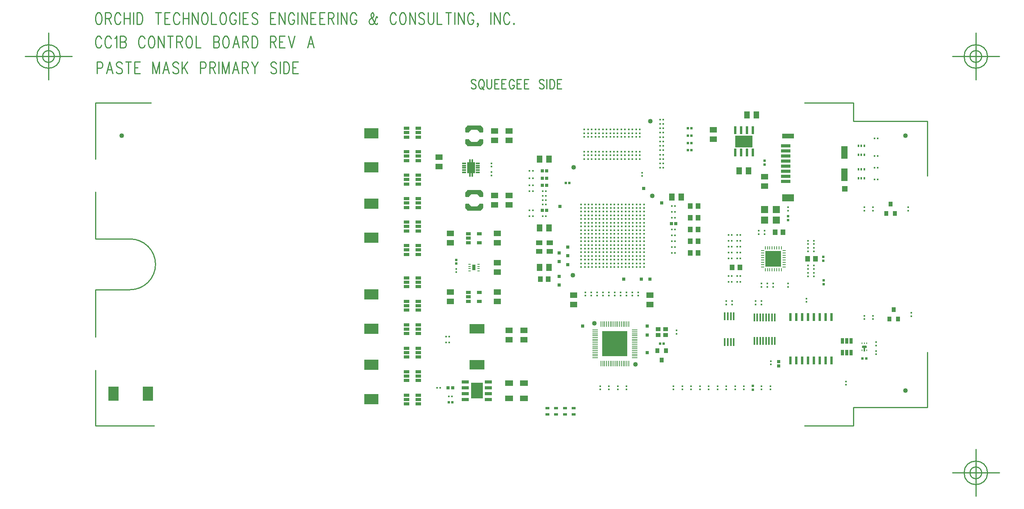
<source format=gbr>
*
*
G04 PADS 9.2 Build Number: 414666 generated Gerber (RS-274-X) file*
G04 PC Version=2.1*
*
%IN "CC1B_080118.pcb"*%
*
%MOIN*%
*
%FSLAX24Y24*%
*
*
*
*
G04 PC Standard Apertures*
*
*
G04 Thermal Relief Aperture macro.*
%AMTER*
1,1,$1,0,0*
1,0,$1-$2,0,0*
21,0,$3,$4,0,0,45*
21,0,$3,$4,0,0,135*
%
*
*
G04 Annular Aperture macro.*
%AMANN*
1,1,$1,0,0*
1,0,$2,0,0*
%
*
*
G04 Odd Aperture macro.*
%AMODD*
1,1,$1,0,0*
1,0,$1-0.005,0,0*
%
*
*
G04 PC Custom Aperture Macros*
*
*
*
*
*
*
G04 PC Aperture Table*
*
%ADD010C,0.001*%
%ADD024R,0.022X0.02*%
%ADD026C,0.04*%
%ADD028C,0.01*%
%ADD032C,0.005*%
%ADD035C,0.025*%
%ADD043R,0.032X0.024*%
%ADD044R,0.009X0.045*%
%ADD045R,0.045X0.009*%
%ADD046R,0.215X0.215*%
%ADD049R,0.045X0.025*%
%ADD050R,0.03X0.03*%
%ADD052C,0.016*%
%ADD053R,0.035X0.04*%
%ADD054R,0.02X0.022*%
%ADD093R,0.04X0.045*%
%ADD109R,0.028X0.028*%
%ADD138R,0.06X0.05*%
%ADD144R,0.09X0.12*%
%ADD148R,0.025X0.045*%
%ADD197R,0.016X0.018*%
%ADD199R,0.018X0.016*%
%ADD202R,0.052X0.041*%
%ADD203R,0.07874X0.02756*%
%ADD204R,0.10236X0.05906*%
%ADD205R,0.10236X0.03937*%
%ADD206R,0.04724X0.04724*%
%ADD207R,0.05512X0.1063*%
%ADD208R,0.024X0.07*%
%ADD209R,0.15X0.1*%
%ADD285R,0.011X0.018*%
%ADD286R,0.05X0.06*%
%ADD287R,0.01654X0.02362*%
%ADD313R,0.065X0.05*%
%ADD314R,0.06X0.063*%
%ADD315R,0.039X0.035*%
%ADD316R,0.015X0.07*%
%ADD317R,0.059X0.031*%
%ADD318R,0.103X0.138*%
%ADD319R,0.034X0.012*%
%ADD320R,0.065X0.095*%
%ADD321R,0.02X0.01*%
%ADD322R,0.0275X0.051*%
%ADD323R,0.009X0.025*%
%ADD324R,0.025X0.009*%
%ADD325R,0.135X0.135*%
%ADD326R,0.12X0.09*%
%ADD327R,0.04X0.028*%
%ADD328R,0.126X0.079*%
*
*
*
*
G04 PC Circuitry*
G04 Layer Name CC1B_080118.pcb - circuitry*
%LPD*%
*
*
G04 PC Custom Flashes*
G04 Layer Name CC1B_080118.pcb - flashes*
%LPD*%
*
*
G04 PC Circuitry*
G04 Layer Name CC1B_080118.pcb - circuitry*
%LPD*%
*
G54D10*
G54D24*
G01X76000Y23090D03*
Y23410D03*
X50750Y33840D03*
Y34160D03*
X79000Y37565D03*
Y37885D03*
X82025Y32410D03*
Y32090D03*
X82000Y34090D03*
Y34410D03*
X77000Y42290D03*
Y42610D03*
G54D26*
X60669Y32834D03*
X67440Y39606D03*
X67283Y45984D03*
X60748Y42047D03*
X62500Y28750D03*
X66000Y25250D03*
X89000Y44750D03*
Y23000D03*
X22250Y44750D03*
G54D28*
X51530Y44410D02*
Y44120D01*
X51530D02*
X51720Y43930D01*
X51720D02*
X52779D01*
X52970Y44120*
X52970D02*
Y44410D01*
X52731*
X52525Y44195*
X52489Y44180*
X52010*
X52010D02*
X51974Y44195D01*
X51974D02*
X51768Y44410D01*
X51768D02*
X51530D01*
X51550Y44100D02*
Y44410D01*
X51600Y44050D02*
Y44410D01*
X51650Y44000D02*
Y44410D01*
X51700Y43950D02*
Y44410D01*
X51750Y43930D02*
Y44410D01*
X51800Y43930D02*
Y44377D01*
X51850Y43930D02*
Y44325D01*
X51900Y43930D02*
Y44273D01*
X51950Y43930D02*
Y44221D01*
X52000Y43930D02*
Y44184D01*
X52050Y43930D02*
Y44180D01*
X52100Y43930D02*
Y44180D01*
X52150Y43930D02*
Y44180D01*
X52200Y43930D02*
Y44180D01*
X52250Y43930D02*
Y44180D01*
X52300Y43930D02*
Y44180D01*
X52350Y43930D02*
Y44180D01*
X52400Y43930D02*
Y44180D01*
X52450Y43930D02*
Y44180D01*
X52500Y43930D02*
Y44184D01*
X52550Y43930D02*
Y44221D01*
X52600Y43930D02*
Y44273D01*
X52650Y43930D02*
Y44325D01*
X52700Y43930D02*
Y44377D01*
X52750Y43930D02*
Y44410D01*
X52800Y43950D02*
Y44410D01*
X52850Y44000D02*
Y44410D01*
X52900Y44050D02*
Y44410D01*
X52950Y44100D02*
Y44410D01*
X51720Y45570D02*
X51530Y45379D01*
Y45090*
X51768*
X51768D02*
X51974Y45304D01*
X51974D02*
X52010Y45320D01*
X52010D02*
X52489D01*
X52525Y45304*
X52525D02*
X52731Y45090D01*
X52970*
Y45379*
X52779Y45570*
X51720*
X51550Y45090D02*
Y45399D01*
X51600Y45090D02*
Y45449D01*
X51650Y45090D02*
Y45499D01*
X51700Y45090D02*
Y45549D01*
X51750Y45090D02*
Y45570D01*
X51800Y45122D02*
Y45570D01*
X51850Y45174D02*
Y45570D01*
X51900Y45226D02*
Y45570D01*
X51950Y45279D02*
Y45570D01*
X52000Y45315D02*
Y45570D01*
X52050Y45320D02*
Y45570D01*
X52100Y45320D02*
Y45570D01*
X52150Y45320D02*
Y45570D01*
X52200Y45320D02*
Y45570D01*
X52250Y45320D02*
Y45570D01*
X52300Y45320D02*
Y45570D01*
X52350Y45320D02*
Y45570D01*
X52400Y45320D02*
Y45570D01*
X52450Y45320D02*
Y45570D01*
X52500Y45315D02*
Y45570D01*
X52550Y45279D02*
Y45570D01*
X52600Y45226D02*
Y45570D01*
X52650Y45174D02*
Y45570D01*
X52700Y45122D02*
Y45570D01*
X52750Y45090D02*
Y45570D01*
X52800Y45090D02*
Y45549D01*
X52850Y45090D02*
Y45499D01*
X52900Y45090D02*
Y45449D01*
X52950Y45090D02*
Y45399D01*
X51530Y38910D02*
Y38620D01*
X51530D02*
X51720Y38430D01*
X51720D02*
X52779D01*
X52970Y38620*
X52970D02*
Y38910D01*
X52731*
X52525Y38695*
X52489Y38680*
X52010*
X52010D02*
X51974Y38695D01*
X51974D02*
X51768Y38910D01*
X51768D02*
X51530D01*
X51550Y38600D02*
Y38910D01*
X51600Y38550D02*
Y38910D01*
X51650Y38500D02*
Y38910D01*
X51700Y38450D02*
Y38910D01*
X51750Y38430D02*
Y38910D01*
X51800Y38430D02*
Y38877D01*
X51850Y38430D02*
Y38825D01*
X51900Y38430D02*
Y38773D01*
X51950Y38430D02*
Y38721D01*
X52000Y38430D02*
Y38684D01*
X52050Y38430D02*
Y38680D01*
X52100Y38430D02*
Y38680D01*
X52150Y38430D02*
Y38680D01*
X52200Y38430D02*
Y38680D01*
X52250Y38430D02*
Y38680D01*
X52300Y38430D02*
Y38680D01*
X52350Y38430D02*
Y38680D01*
X52400Y38430D02*
Y38680D01*
X52450Y38430D02*
Y38680D01*
X52500Y38430D02*
Y38684D01*
X52550Y38430D02*
Y38721D01*
X52600Y38430D02*
Y38773D01*
X52650Y38430D02*
Y38825D01*
X52700Y38430D02*
Y38877D01*
X52750Y38430D02*
Y38910D01*
X52800Y38450D02*
Y38910D01*
X52850Y38500D02*
Y38910D01*
X52900Y38550D02*
Y38910D01*
X52950Y38600D02*
Y38910D01*
X51720Y40070D02*
X51530Y39879D01*
Y39590*
X51768*
X51768D02*
X51974Y39804D01*
X51974D02*
X52010Y39820D01*
X52010D02*
X52489D01*
X52525Y39804*
X52525D02*
X52731Y39590D01*
X52970*
Y39879*
X52779Y40070*
X51720*
X51550Y39590D02*
Y39899D01*
X51600Y39590D02*
Y39949D01*
X51650Y39590D02*
Y39999D01*
X51700Y39590D02*
Y40049D01*
X51750Y39590D02*
Y40070D01*
X51800Y39622D02*
Y40070D01*
X51850Y39674D02*
Y40070D01*
X51900Y39726D02*
Y40070D01*
X51950Y39779D02*
Y40070D01*
X52000Y39815D02*
Y40070D01*
X52050Y39820D02*
Y40070D01*
X52100Y39820D02*
Y40070D01*
X52150Y39820D02*
Y40070D01*
X52200Y39820D02*
Y40070D01*
X52250Y39820D02*
Y40070D01*
X52300Y39820D02*
Y40070D01*
X52350Y39820D02*
Y40070D01*
X52400Y39820D02*
Y40070D01*
X52450Y39820D02*
Y40070D01*
X52500Y39815D02*
Y40070D01*
X52550Y39779D02*
Y40070D01*
X52600Y39726D02*
Y40070D01*
X52650Y39674D02*
Y40070D01*
X52700Y39622D02*
Y40070D01*
X52750Y39590D02*
Y40070D01*
X52800Y39590D02*
Y40049D01*
X52850Y39590D02*
Y39999D01*
X52900Y39590D02*
Y39949D01*
X52950Y39590D02*
Y39899D01*
X52394Y49447D02*
X52338Y49525D01*
X52253Y49563*
X52253D02*
X52140D01*
X52140D02*
X52056Y49525D01*
X52000Y49447*
X52000D02*
Y49370D01*
X52028Y49292*
X52028D02*
X52056Y49253D01*
X52056D02*
X52112Y49215D01*
X52112D02*
X52281Y49137D01*
X52281D02*
X52338Y49098D01*
X52338D02*
X52366Y49060D01*
X52394Y48982*
X52394D02*
Y48866D01*
X52394D02*
X52338Y48788D01*
X52338D02*
X52253Y48750D01*
X52253D02*
X52140D01*
X52140D02*
X52056Y48788D01*
X52056D02*
X52000Y48866D01*
X52817Y49563D02*
X52760Y49525D01*
X52760D02*
X52704Y49447D01*
X52704D02*
X52676Y49370D01*
X52648Y49253*
X52648D02*
Y49060D01*
X52676Y48943*
X52676D02*
X52704Y48866D01*
X52704D02*
X52760Y48788D01*
X52760D02*
X52817Y48750D01*
X52930*
X52986Y48788*
X52986D02*
X53042Y48866D01*
X53042D02*
X53070Y48943D01*
X53070D02*
X53099Y49060D01*
Y49253*
X53099D02*
X53070Y49370D01*
X53070D02*
X53042Y49447D01*
X53042D02*
X52986Y49525D01*
X52930Y49563*
X52930D02*
X52817D01*
X52901Y48905D02*
X53070Y48672D01*
X53352Y49563D02*
Y48982D01*
X53352D02*
X53380Y48866D01*
X53380D02*
X53437Y48788D01*
X53437D02*
X53521Y48750D01*
X53521D02*
X53578D01*
X53662Y48788*
X53662D02*
X53719Y48866D01*
X53747Y48982*
X53747D02*
Y49563D01*
X54000D02*
Y48750D01*
Y49563D02*
X54367D01*
X54000Y49176D02*
X54226D01*
X54000Y48750D02*
X54367D01*
X54620Y49563D02*
Y48750D01*
Y49563D02*
X54987D01*
X54620Y49176D02*
X54846D01*
X54620Y48750D02*
X54987D01*
X55663Y49370D02*
X55635Y49447D01*
X55635D02*
X55579Y49525D01*
X55522Y49563*
X55522D02*
X55410D01*
X55410D02*
X55353Y49525D01*
X55353D02*
X55297Y49447D01*
X55297D02*
X55269Y49370D01*
X55240Y49253*
X55240D02*
Y49060D01*
X55240D02*
X55269Y48943D01*
X55269D02*
X55297Y48866D01*
X55353Y48788*
X55353D02*
X55410Y48750D01*
X55522*
X55522D02*
X55579Y48788D01*
X55579D02*
X55635Y48866D01*
X55663Y48943*
X55663D02*
Y49060D01*
X55522D02*
X55663D01*
X55917Y49563D02*
Y48750D01*
Y49563D02*
X56283D01*
X55917Y49176D02*
X56142D01*
X55917Y48750D02*
X56283D01*
X56537Y49563D02*
Y48750D01*
Y49563D02*
X56903D01*
X56537Y49176D02*
X56762D01*
X56537Y48750D02*
X56903D01*
X58200Y49447D02*
X58143Y49525D01*
X58143D02*
X58059Y49563D01*
X58059D02*
X57946D01*
X57946D02*
X57861Y49525D01*
X57861D02*
X57805Y49447D01*
X57805D02*
Y49370D01*
X57833Y49292*
X57833D02*
X57861Y49253D01*
X57861D02*
X57918Y49215D01*
X58087Y49137*
X58087D02*
X58143Y49098D01*
X58143D02*
X58171Y49060D01*
X58171D02*
X58200Y48982D01*
X58200D02*
Y48866D01*
X58143Y48788*
X58143D02*
X58059Y48750D01*
X57946*
X57861Y48788*
X57861D02*
X57805Y48866D01*
X58453Y49563D02*
Y48750D01*
X58707Y49563D02*
Y48750D01*
Y49563D02*
X58904D01*
X58904D02*
X58989Y49525D01*
X59045Y49447*
X59045D02*
X59073Y49370D01*
X59073D02*
X59101Y49253D01*
X59101D02*
Y49060D01*
X59101D02*
X59073Y48943D01*
X59073D02*
X59045Y48866D01*
X58989Y48788*
X58989D02*
X58904Y48750D01*
X58904D02*
X58707D01*
X59355Y49563D02*
Y48750D01*
Y49563D02*
X59721D01*
X59355Y49176D02*
X59580D01*
X59355Y48750D02*
X59721D01*
X20145Y51034D02*
Y50050D01*
Y51034D02*
X20451D01*
X20451D02*
X20554Y50987D01*
X20554D02*
X20588Y50940D01*
X20588D02*
X20622Y50846D01*
X20622D02*
Y50706D01*
X20588Y50612*
X20588D02*
X20554Y50565D01*
X20554D02*
X20451Y50518D01*
X20451D02*
X20145D01*
X21201Y51034D02*
X20929Y50050D01*
X21201Y51034D02*
X21474Y50050D01*
X21031Y50378D02*
X21372D01*
X22258Y50893D02*
X22190Y50987D01*
X22190D02*
X22088Y51034D01*
X21951*
X21951D02*
X21849Y50987D01*
X21849D02*
X21781Y50893D01*
X21781D02*
Y50800D01*
X21815Y50706*
X21849Y50659*
X21849D02*
X21917Y50612D01*
X21917D02*
X22122Y50518D01*
X22122D02*
X22190Y50471D01*
X22190D02*
X22224Y50425D01*
X22224D02*
X22258Y50331D01*
X22258D02*
Y50190D01*
X22258D02*
X22190Y50096D01*
X22190D02*
X22088Y50050D01*
X21951*
X21951D02*
X21849Y50096D01*
X21849D02*
X21781Y50190D01*
X22804Y51034D02*
Y50050D01*
X22565Y51034D02*
X23042D01*
X23349D02*
Y50050D01*
Y51034D02*
X23792D01*
X23349Y50565D02*
X23622D01*
X23349Y50050D02*
X23792D01*
X24883Y51034D02*
Y50050D01*
Y51034D02*
X25156Y50050D01*
X25429Y51034D02*
X25156Y50050D01*
X25429Y51034D02*
Y50050D01*
X26008Y51034D02*
X25735Y50050D01*
X26008Y51034D02*
X26281Y50050D01*
X25838Y50378D02*
X26179D01*
X27065Y50893D02*
X26997Y50987D01*
X26997D02*
X26895Y51034D01*
X26758*
X26758D02*
X26656Y50987D01*
X26656D02*
X26588Y50893D01*
X26588D02*
Y50800D01*
X26622Y50706*
X26656Y50659*
X26724Y50612*
X26724D02*
X26929Y50518D01*
X26929D02*
X26997Y50471D01*
X26997D02*
X27031Y50425D01*
X27065Y50331*
Y50190*
X27065D02*
X26997Y50096D01*
X26997D02*
X26895Y50050D01*
X26758*
X26758D02*
X26656Y50096D01*
X26656D02*
X26588Y50190D01*
X27372Y51034D02*
Y50050D01*
X27849Y51034D02*
X27372Y50378D01*
X27542Y50612D02*
X27849Y50050D01*
X28940Y51034D02*
Y50050D01*
Y51034D02*
X29247D01*
X29349Y50987*
X29349D02*
X29383Y50940D01*
X29383D02*
X29417Y50846D01*
X29417D02*
Y50706D01*
X29417D02*
X29383Y50612D01*
X29383D02*
X29349Y50565D01*
X29349D02*
X29247Y50518D01*
X29247D02*
X28940D01*
X29724Y51034D02*
Y50050D01*
Y51034D02*
X30031D01*
X30133Y50987*
X30133D02*
X30167Y50940D01*
X30167D02*
X30201Y50846D01*
X30201D02*
Y50753D01*
X30201D02*
X30167Y50659D01*
X30167D02*
X30133Y50612D01*
X30133D02*
X30031Y50565D01*
X30031D02*
X29724D01*
X29963D02*
X30201Y50050D01*
X30508Y51034D02*
Y50050D01*
X30815Y51034D02*
Y50050D01*
Y51034D02*
X31088Y50050D01*
X31360Y51034D02*
X31088Y50050D01*
X31360Y51034D02*
Y50050D01*
X31940Y51034D02*
X31667Y50050D01*
X31940Y51034D02*
X32213Y50050D01*
X31770Y50378D02*
X32110D01*
X32520Y51034D02*
Y50050D01*
Y51034D02*
X32826D01*
X32826D02*
X32929Y50987D01*
X32929D02*
X32963Y50940D01*
X32963D02*
X32997Y50846D01*
X32997D02*
Y50753D01*
X32963Y50659*
X32929Y50612*
X32929D02*
X32826Y50565D01*
X32826D02*
X32520D01*
X32758D02*
X32997Y50050D01*
X33304Y51034D02*
X33576Y50565D01*
X33576D02*
Y50050D01*
X33849Y51034D02*
X33576Y50565D01*
X35417Y50893D02*
X35349Y50987D01*
X35349D02*
X35247Y51034D01*
X35110*
X35110D02*
X35008Y50987D01*
X35008D02*
X34940Y50893D01*
X34940D02*
Y50800D01*
X34974Y50706*
X34974D02*
X35008Y50659D01*
X35008D02*
X35076Y50612D01*
X35076D02*
X35281Y50518D01*
X35281D02*
X35349Y50471D01*
X35349D02*
X35383Y50425D01*
X35383D02*
X35417Y50331D01*
X35417D02*
Y50190D01*
X35417D02*
X35349Y50096D01*
X35349D02*
X35247Y50050D01*
X35110*
X35110D02*
X35008Y50096D01*
X35008D02*
X34940Y50190D01*
X35724Y51034D02*
Y50050D01*
X36031Y51034D02*
Y50050D01*
Y51034D02*
X36270D01*
X36372Y50987*
X36372D02*
X36440Y50893D01*
X36440D02*
X36474Y50800D01*
X36474D02*
X36508Y50659D01*
X36508D02*
Y50425D01*
X36508D02*
X36474Y50284D01*
X36474D02*
X36440Y50190D01*
X36440D02*
X36372Y50096D01*
X36372D02*
X36270Y50050D01*
X36031*
X36815Y51034D02*
Y50050D01*
Y51034D02*
X37258D01*
X36815Y50565D02*
X37088D01*
X36815Y50050D02*
X37258D01*
X20511Y53000D02*
X20477Y53093D01*
X20477D02*
X20409Y53187D01*
X20409D02*
X20340Y53234D01*
X20340D02*
X20204D01*
X20204D02*
X20136Y53187D01*
X20136D02*
X20068Y53093D01*
X20068D02*
X20034Y53000D01*
X20000Y52859*
Y52625*
X20034Y52484*
X20068Y52390*
X20068D02*
X20136Y52296D01*
X20136D02*
X20204Y52250D01*
X20204D02*
X20340D01*
X20340D02*
X20409Y52296D01*
X20409D02*
X20477Y52390D01*
X20477D02*
X20511Y52484D01*
X21329Y53000D02*
X21295Y53093D01*
X21295D02*
X21227Y53187D01*
X21227D02*
X21159Y53234D01*
X21022*
X21022D02*
X20954Y53187D01*
X20954D02*
X20886Y53093D01*
X20886D02*
X20852Y53000D01*
X20818Y52859*
Y52625*
X20852Y52484*
X20886Y52390*
X20886D02*
X20954Y52296D01*
X20954D02*
X21022Y52250D01*
X21022D02*
X21159D01*
X21227Y52296*
X21227D02*
X21295Y52390D01*
X21295D02*
X21329Y52484D01*
X21636Y53046D02*
X21704Y53093D01*
X21704D02*
X21806Y53234D01*
X21806D02*
Y52250D01*
X22113Y53234D02*
Y52250D01*
Y53234D02*
X22420D01*
X22522Y53187*
X22522D02*
X22556Y53140D01*
X22556D02*
X22590Y53046D01*
X22590D02*
Y52953D01*
X22590D02*
X22556Y52859D01*
X22556D02*
X22522Y52812D01*
X22522D02*
X22420Y52765D01*
X22113D02*
X22420D01*
X22420D02*
X22522Y52718D01*
X22522D02*
X22556Y52671D01*
X22556D02*
X22590Y52578D01*
X22590D02*
Y52437D01*
X22590D02*
X22556Y52343D01*
X22556D02*
X22522Y52296D01*
X22522D02*
X22420Y52250D01*
X22113*
X24193Y53000D02*
X24159Y53093D01*
X24159D02*
X24090Y53187D01*
X24090D02*
X24022Y53234D01*
X24022D02*
X23886D01*
X23818Y53187*
X23818D02*
X23750Y53093D01*
X23750D02*
X23715Y53000D01*
X23715D02*
X23681Y52859D01*
X23681D02*
Y52625D01*
X23681D02*
X23715Y52484D01*
X23715D02*
X23750Y52390D01*
X23750D02*
X23818Y52296D01*
X23818D02*
X23886Y52250D01*
X24022*
X24022D02*
X24090Y52296D01*
X24090D02*
X24159Y52390D01*
X24159D02*
X24193Y52484D01*
X24704Y53234D02*
X24636Y53187D01*
X24636D02*
X24568Y53093D01*
X24568D02*
X24534Y53000D01*
X24500Y52859*
Y52625*
X24534Y52484*
X24568Y52390*
X24568D02*
X24636Y52296D01*
X24636D02*
X24704Y52250D01*
X24704D02*
X24840D01*
X24840D02*
X24909Y52296D01*
X24909D02*
X24977Y52390D01*
X24977D02*
X25011Y52484D01*
X25045Y52625*
Y52859*
X25011Y53000*
X24977Y53093*
X24977D02*
X24909Y53187D01*
X24909D02*
X24840Y53234D01*
X24840D02*
X24704D01*
X25352D02*
Y52250D01*
Y53234D02*
X25829Y52250D01*
Y53234D02*
Y52250D01*
X26375Y53234D02*
Y52250D01*
X26136Y53234D02*
X26613D01*
X26920D02*
Y52250D01*
Y53234D02*
X27227D01*
X27329Y53187*
X27329D02*
X27363Y53140D01*
X27363D02*
X27397Y53046D01*
X27397D02*
Y52953D01*
X27397D02*
X27363Y52859D01*
X27363D02*
X27329Y52812D01*
X27329D02*
X27227Y52765D01*
X27227D02*
X26920D01*
X27159D02*
X27397Y52250D01*
X27909Y53234D02*
X27840Y53187D01*
X27840D02*
X27772Y53093D01*
X27772D02*
X27738Y53000D01*
X27738D02*
X27704Y52859D01*
X27704D02*
Y52625D01*
X27704D02*
X27738Y52484D01*
X27738D02*
X27772Y52390D01*
X27772D02*
X27840Y52296D01*
X27840D02*
X27909Y52250D01*
X28045*
X28113Y52296*
X28113D02*
X28181Y52390D01*
X28181D02*
X28215Y52484D01*
X28215D02*
X28250Y52625D01*
Y52859*
X28215Y53000*
X28215D02*
X28181Y53093D01*
X28181D02*
X28113Y53187D01*
X28113D02*
X28045Y53234D01*
X27909*
X28556D02*
Y52250D01*
X28556D02*
X28965D01*
X30056Y53234D02*
Y52250D01*
Y53234D02*
X30363D01*
X30363D02*
X30465Y53187D01*
X30465D02*
X30500Y53140D01*
X30500D02*
X30534Y53046D01*
X30534D02*
Y52953D01*
X30500Y52859*
X30465Y52812*
X30465D02*
X30363Y52765D01*
X30056D02*
X30363D01*
X30363D02*
X30465Y52718D01*
X30465D02*
X30500Y52671D01*
X30500D02*
X30534Y52578D01*
Y52437*
X30534D02*
X30500Y52343D01*
X30500D02*
X30465Y52296D01*
X30465D02*
X30363Y52250D01*
X30363D02*
X30056D01*
X31045Y53234D02*
X30977Y53187D01*
X30977D02*
X30909Y53093D01*
X30909D02*
X30875Y53000D01*
X30840Y52859*
X30840D02*
Y52625D01*
X30840D02*
X30875Y52484D01*
X30909Y52390*
X30909D02*
X30977Y52296D01*
X30977D02*
X31045Y52250D01*
X31181*
X31181D02*
X31250Y52296D01*
X31250D02*
X31318Y52390D01*
X31318D02*
X31352Y52484D01*
X31386Y52625*
Y52859*
X31352Y53000*
X31318Y53093*
X31318D02*
X31250Y53187D01*
X31250D02*
X31181Y53234D01*
X31181D02*
X31045D01*
X31965D02*
X31693Y52250D01*
X31965Y53234D02*
X32238Y52250D01*
X31795Y52578D02*
X32136D01*
X32545Y53234D02*
Y52250D01*
Y53234D02*
X32852D01*
X32954Y53187*
X32954D02*
X32988Y53140D01*
X32988D02*
X33022Y53046D01*
X33022D02*
Y52953D01*
X33022D02*
X32988Y52859D01*
X32988D02*
X32954Y52812D01*
X32954D02*
X32852Y52765D01*
X32852D02*
X32545D01*
X32784D02*
X33022Y52250D01*
X33329Y53234D02*
Y52250D01*
Y53234D02*
X33568D01*
X33670Y53187*
X33670D02*
X33738Y53093D01*
X33738D02*
X33772Y53000D01*
X33772D02*
X33806Y52859D01*
X33806D02*
Y52625D01*
X33806D02*
X33772Y52484D01*
X33772D02*
X33738Y52390D01*
X33738D02*
X33670Y52296D01*
X33670D02*
X33568Y52250D01*
X33329*
X34897Y53234D02*
Y52250D01*
Y53234D02*
X35204D01*
X35204D02*
X35306Y53187D01*
X35306D02*
X35340Y53140D01*
X35340D02*
X35375Y53046D01*
X35375D02*
Y52953D01*
X35340Y52859*
X35340D02*
X35306Y52812D01*
X35306D02*
X35204Y52765D01*
X35204D02*
X34897D01*
X35136D02*
X35375Y52250D01*
X35681Y53234D02*
Y52250D01*
Y53234D02*
X36125D01*
X35681Y52765D02*
X35954D01*
X35681Y52250D02*
X36125D01*
X36431Y53234D02*
X36704Y52250D01*
X36977Y53234D02*
X36704Y52250D01*
X38340Y53234D02*
X38068Y52250D01*
X38340Y53234D02*
X38613Y52250D01*
X38170Y52578D02*
X38511D01*
X20204Y55234D02*
X20136Y55187D01*
X20136D02*
X20068Y55093D01*
X20068D02*
X20034Y55000D01*
X20000Y54859*
Y54625*
X20034Y54484*
X20068Y54390*
X20068D02*
X20136Y54296D01*
X20136D02*
X20204Y54250D01*
X20204D02*
X20340D01*
X20340D02*
X20409Y54296D01*
X20409D02*
X20477Y54390D01*
X20477D02*
X20511Y54484D01*
X20545Y54625*
Y54859*
X20511Y55000*
X20477Y55093*
X20477D02*
X20409Y55187D01*
X20409D02*
X20340Y55234D01*
X20340D02*
X20204D01*
X20852D02*
Y54250D01*
Y55234D02*
X21159D01*
X21261Y55187*
X21261D02*
X21295Y55140D01*
X21295D02*
X21329Y55046D01*
X21329D02*
Y54953D01*
X21329D02*
X21295Y54859D01*
X21261Y54812*
X21261D02*
X21159Y54765D01*
X21159D02*
X20852D01*
X21090D02*
X21329Y54250D01*
X22147Y55000D02*
X22113Y55093D01*
X22113D02*
X22045Y55187D01*
X22045D02*
X21977Y55234D01*
X21840*
X21840D02*
X21772Y55187D01*
X21772D02*
X21704Y55093D01*
X21704D02*
X21670Y55000D01*
X21636Y54859*
Y54625*
X21670Y54484*
X21704Y54390*
X21704D02*
X21772Y54296D01*
X21772D02*
X21840Y54250D01*
X21840D02*
X21977D01*
X22045Y54296*
X22045D02*
X22113Y54390D01*
X22113D02*
X22147Y54484D01*
X22454Y55234D02*
Y54250D01*
X22931Y55234D02*
Y54250D01*
X22454Y54765D02*
X22931D01*
X23238Y55234D02*
Y54250D01*
X23545Y55234D02*
Y54250D01*
Y55234D02*
X23784D01*
X23886Y55187*
X23886D02*
X23954Y55093D01*
X23954D02*
X23988Y55000D01*
X23988D02*
X24022Y54859D01*
X24022D02*
Y54625D01*
X24022D02*
X23988Y54484D01*
X23988D02*
X23954Y54390D01*
X23954D02*
X23886Y54296D01*
X23886D02*
X23784Y54250D01*
X23545*
X25352Y55234D02*
Y54250D01*
X25113Y55234D02*
X25590D01*
X25897D02*
Y54250D01*
Y55234D02*
X26340D01*
X25897Y54765D02*
X26170D01*
X25897Y54250D02*
X26340D01*
X27159Y55000D02*
X27125Y55093D01*
X27125D02*
X27056Y55187D01*
X27056D02*
X26988Y55234D01*
X26988D02*
X26852D01*
X26784Y55187*
X26784D02*
X26715Y55093D01*
X26715D02*
X26681Y55000D01*
X26681D02*
X26647Y54859D01*
X26647D02*
Y54625D01*
X26647D02*
X26681Y54484D01*
X26681D02*
X26715Y54390D01*
X26715D02*
X26784Y54296D01*
X26784D02*
X26852Y54250D01*
X26988*
X26988D02*
X27056Y54296D01*
X27056D02*
X27125Y54390D01*
X27125D02*
X27159Y54484D01*
X27465Y55234D02*
Y54250D01*
X27943Y55234D02*
Y54250D01*
X27465Y54765D02*
X27943D01*
X28250Y55234D02*
Y54250D01*
Y55234D02*
X28727Y54250D01*
Y55234D02*
Y54250D01*
X29238Y55234D02*
X29170Y55187D01*
X29170D02*
X29102Y55093D01*
X29102D02*
X29068Y55000D01*
X29034Y54859*
Y54625*
X29068Y54484*
X29102Y54390*
X29102D02*
X29170Y54296D01*
X29170D02*
X29238Y54250D01*
X29238D02*
X29375D01*
X29443Y54296*
X29443D02*
X29511Y54390D01*
X29511D02*
X29545Y54484D01*
X29579Y54625*
X29579D02*
Y54859D01*
X29579D02*
X29545Y55000D01*
X29511Y55093*
X29511D02*
X29443Y55187D01*
X29443D02*
X29375Y55234D01*
X29238*
X29886D02*
Y54250D01*
X30295*
X30806Y55234D02*
X30738Y55187D01*
X30738D02*
X30670Y55093D01*
X30670D02*
X30636Y55000D01*
X30602Y54859*
Y54625*
X30636Y54484*
X30670Y54390*
X30670D02*
X30738Y54296D01*
X30738D02*
X30806Y54250D01*
X30806D02*
X30943D01*
X31011Y54296*
X31011D02*
X31079Y54390D01*
X31079D02*
X31113Y54484D01*
X31113D02*
X31147Y54625D01*
X31147D02*
Y54859D01*
X31147D02*
X31113Y55000D01*
X31113D02*
X31079Y55093D01*
X31079D02*
X31011Y55187D01*
X31011D02*
X30943Y55234D01*
X30806*
X31965Y55000D02*
X31931Y55093D01*
X31931D02*
X31863Y55187D01*
X31863D02*
X31795Y55234D01*
X31659*
X31590Y55187*
X31590D02*
X31522Y55093D01*
X31522D02*
X31488Y55000D01*
X31488D02*
X31454Y54859D01*
X31454D02*
Y54625D01*
X31454D02*
X31488Y54484D01*
X31488D02*
X31522Y54390D01*
X31522D02*
X31590Y54296D01*
X31590D02*
X31659Y54250D01*
X31795*
X31863Y54296*
X31863D02*
X31931Y54390D01*
X31931D02*
X31965Y54484D01*
X31965D02*
Y54625D01*
X31795D02*
X31965D01*
X32272Y55234D02*
Y54250D01*
X32579Y55234D02*
Y54250D01*
Y55234D02*
X33022D01*
X32579Y54765D02*
X32852D01*
X32579Y54250D02*
X33022D01*
X33806Y55093D02*
X33738Y55187D01*
X33738D02*
X33636Y55234D01*
X33500*
X33397Y55187*
X33397D02*
X33329Y55093D01*
X33329D02*
Y55000D01*
X33329D02*
X33363Y54906D01*
X33363D02*
X33397Y54859D01*
X33397D02*
X33465Y54812D01*
X33465D02*
X33670Y54718D01*
X33670D02*
X33738Y54671D01*
X33738D02*
X33772Y54625D01*
X33772D02*
X33806Y54531D01*
X33806D02*
Y54390D01*
X33806D02*
X33738Y54296D01*
X33738D02*
X33636Y54250D01*
X33500*
X33397Y54296*
X33397D02*
X33329Y54390D01*
X34897Y55234D02*
Y54250D01*
Y55234D02*
X35340D01*
X34897Y54765D02*
X35170D01*
X34897Y54250D02*
X35340D01*
X35647Y55234D02*
Y54250D01*
Y55234D02*
X36125Y54250D01*
Y55234D02*
Y54250D01*
X36943Y55000D02*
X36909Y55093D01*
X36909D02*
X36840Y55187D01*
X36840D02*
X36772Y55234D01*
X36772D02*
X36636D01*
X36568Y55187*
X36568D02*
X36500Y55093D01*
X36500D02*
X36465Y55000D01*
X36465D02*
X36431Y54859D01*
X36431D02*
Y54625D01*
X36431D02*
X36465Y54484D01*
X36465D02*
X36500Y54390D01*
X36500D02*
X36568Y54296D01*
X36568D02*
X36636Y54250D01*
X36772*
X36772D02*
X36840Y54296D01*
X36840D02*
X36909Y54390D01*
X36909D02*
X36943Y54484D01*
Y54625*
X36772D02*
X36943D01*
X37250Y55234D02*
Y54250D01*
X37556Y55234D02*
Y54250D01*
Y55234D02*
X38034Y54250D01*
Y55234D02*
Y54250D01*
X38340Y55234D02*
Y54250D01*
Y55234D02*
X38784D01*
X38340Y54765D02*
X38613D01*
X38340Y54250D02*
X38784D01*
X39090Y55234D02*
Y54250D01*
Y55234D02*
X39534D01*
X39090Y54765D02*
X39363D01*
X39090Y54250D02*
X39534D01*
X39840Y55234D02*
Y54250D01*
Y55234D02*
X40147D01*
X40147D02*
X40250Y55187D01*
X40250D02*
X40284Y55140D01*
X40284D02*
X40318Y55046D01*
X40318D02*
Y54953D01*
X40284Y54859*
X40250Y54812*
X40250D02*
X40147Y54765D01*
X40147D02*
X39840D01*
X40079D02*
X40318Y54250D01*
X40625Y55234D02*
Y54250D01*
X40931Y55234D02*
Y54250D01*
Y55234D02*
X41409Y54250D01*
Y55234D02*
Y54250D01*
X42227Y55000D02*
X42193Y55093D01*
X42193D02*
X42125Y55187D01*
X42125D02*
X42056Y55234D01*
X42056D02*
X41920D01*
X41852Y55187*
X41852D02*
X41784Y55093D01*
X41784D02*
X41750Y55000D01*
X41715Y54859*
X41715D02*
Y54625D01*
X41715D02*
X41750Y54484D01*
X41784Y54390*
X41784D02*
X41852Y54296D01*
X41852D02*
X41920Y54250D01*
X42056*
X42056D02*
X42125Y54296D01*
X42125D02*
X42193Y54390D01*
X42193D02*
X42227Y54484D01*
Y54625*
X42056D02*
X42227D01*
X44000Y54812D02*
Y54859D01*
X43965Y54906*
X43965D02*
X43931D01*
X43931D02*
X43897Y54859D01*
X43897D02*
X43863Y54765D01*
X43863D02*
X43795Y54531D01*
X43727Y54390*
X43727D02*
X43659Y54296D01*
X43659D02*
X43590Y54250D01*
X43590D02*
X43454D01*
X43454D02*
X43386Y54296D01*
X43386D02*
X43352Y54343D01*
X43352D02*
X43318Y54437D01*
X43318D02*
Y54531D01*
X43352Y54625*
X43386Y54671*
X43386D02*
X43625Y54859D01*
X43659Y54906*
X43693Y55000*
Y55093*
X43693D02*
X43659Y55187D01*
X43659D02*
X43590Y55234D01*
X43590D02*
X43522Y55187D01*
X43522D02*
X43488Y55093D01*
X43488D02*
Y55000D01*
X43488D02*
X43522Y54859D01*
X43522D02*
X43590Y54718D01*
X43590D02*
X43761Y54390D01*
X43761D02*
X43829Y54296D01*
X43829D02*
X43897Y54250D01*
X43897D02*
X43965D01*
X43965D02*
X44000Y54296D01*
X44000D02*
Y54343D01*
X45602Y55000D02*
X45568Y55093D01*
X45568D02*
X45500Y55187D01*
X45500D02*
X45431Y55234D01*
X45431D02*
X45295D01*
X45227Y55187*
X45227D02*
X45159Y55093D01*
X45159D02*
X45125Y55000D01*
X45090Y54859*
X45090D02*
Y54625D01*
X45090D02*
X45125Y54484D01*
X45159Y54390*
X45159D02*
X45227Y54296D01*
X45227D02*
X45295Y54250D01*
X45431*
X45431D02*
X45500Y54296D01*
X45500D02*
X45568Y54390D01*
X45568D02*
X45602Y54484D01*
X46113Y55234D02*
X46045Y55187D01*
X46045D02*
X45977Y55093D01*
X45977D02*
X45943Y55000D01*
X45909Y54859*
Y54625*
X45943Y54484*
X45977Y54390*
X45977D02*
X46045Y54296D01*
X46045D02*
X46113Y54250D01*
X46113D02*
X46250D01*
X46318Y54296*
X46318D02*
X46386Y54390D01*
X46386D02*
X46420Y54484D01*
X46454Y54625*
X46454D02*
Y54859D01*
X46454D02*
X46420Y55000D01*
X46386Y55093*
X46386D02*
X46318Y55187D01*
X46318D02*
X46250Y55234D01*
X46113*
X46761D02*
Y54250D01*
Y55234D02*
X47238Y54250D01*
Y55234D02*
Y54250D01*
X48022Y55093D02*
X47954Y55187D01*
X47954D02*
X47852Y55234D01*
X47715*
X47715D02*
X47613Y55187D01*
X47613D02*
X47545Y55093D01*
X47545D02*
Y55000D01*
X47579Y54906*
X47579D02*
X47613Y54859D01*
X47613D02*
X47681Y54812D01*
X47681D02*
X47886Y54718D01*
X47886D02*
X47954Y54671D01*
X47954D02*
X47988Y54625D01*
X47988D02*
X48022Y54531D01*
X48022D02*
Y54390D01*
X48022D02*
X47954Y54296D01*
X47954D02*
X47852Y54250D01*
X47715*
X47715D02*
X47613Y54296D01*
X47613D02*
X47545Y54390D01*
X48329Y55234D02*
Y54531D01*
X48329D02*
X48363Y54390D01*
X48363D02*
X48431Y54296D01*
X48431D02*
X48534Y54250D01*
X48602*
X48704Y54296*
X48704D02*
X48772Y54390D01*
X48772D02*
X48806Y54531D01*
X48806D02*
Y55234D01*
X49113D02*
Y54250D01*
X49113D02*
X49522D01*
X50068Y55234D02*
Y54250D01*
X49829Y55234D02*
X50306D01*
X50613D02*
Y54250D01*
X50920Y55234D02*
Y54250D01*
Y55234D02*
X51397Y54250D01*
Y55234D02*
Y54250D01*
X52215Y55000D02*
X52181Y55093D01*
X52181D02*
X52113Y55187D01*
X52113D02*
X52045Y55234D01*
X51909*
X51840Y55187*
X51840D02*
X51772Y55093D01*
X51772D02*
X51738Y55000D01*
X51738D02*
X51704Y54859D01*
X51704D02*
Y54625D01*
X51704D02*
X51738Y54484D01*
X51738D02*
X51772Y54390D01*
X51772D02*
X51840Y54296D01*
X51840D02*
X51909Y54250D01*
X52045*
X52113Y54296*
X52113D02*
X52181Y54390D01*
X52181D02*
X52215Y54484D01*
X52215D02*
Y54625D01*
X52045D02*
X52215D01*
X52590Y54296D02*
X52556Y54250D01*
X52556D02*
X52522Y54296D01*
X52522D02*
X52556Y54343D01*
X52556D02*
X52590Y54296D01*
X52590D02*
Y54203D01*
X52590D02*
X52556Y54109D01*
X52556D02*
X52522Y54062D01*
X53681Y55234D02*
Y54250D01*
X53988Y55234D02*
Y54250D01*
Y55234D02*
X54465Y54250D01*
Y55234D02*
Y54250D01*
X55284Y55000D02*
X55250Y55093D01*
X55250D02*
X55181Y55187D01*
X55181D02*
X55113Y55234D01*
X55113D02*
X54977D01*
X54909Y55187*
X54909D02*
X54840Y55093D01*
X54840D02*
X54806Y55000D01*
X54806D02*
X54772Y54859D01*
X54772D02*
Y54625D01*
X54772D02*
X54806Y54484D01*
X54806D02*
X54840Y54390D01*
X54840D02*
X54909Y54296D01*
X54909D02*
X54977Y54250D01*
X55113*
X55113D02*
X55181Y54296D01*
X55181D02*
X55250Y54390D01*
X55250D02*
X55284Y54484D01*
X55625Y54343D02*
X55590Y54296D01*
X55590D02*
X55625Y54250D01*
X55659Y54296*
X55659D02*
X55625Y54343D01*
X17000Y51500D02*
G75*
G03X17000I-1000J0D01*
G01X16500D02*
G03X16500I-500J0D01*
G01X16000Y53500D02*
Y49500D01*
X14000Y51500D02*
X18000D01*
X96000D02*
G03X96000I-1000J0D01*
G01X95500D02*
G03X95500I-500J0D01*
G01X95000Y53500D02*
Y49500D01*
X93000Y51500D02*
X97000D01*
X96000Y16000D02*
G03X96000I-1000J0D01*
G01X95500D02*
G03X95500I-500J0D01*
G01X95000Y18000D02*
Y14000D01*
X93000Y16000D02*
X97000D01*
X25000Y20000D02*
X20000D01*
Y24750*
Y42750D02*
Y47560D01*
X24750*
X80410Y47559D02*
X84565D01*
Y45985*
X90865*
Y41300*
X80403Y20000D02*
X84568D01*
Y21573*
X90867*
Y26270*
X20000Y27596D02*
Y31614D01*
X22950*
G03X22949Y35940I7J2163*
G01X22950D02*
X20000D01*
Y39956*
G54D32*
X85670Y26825D02*
X85330D01*
Y26675*
X85455*
X85470Y26660*
Y26395*
X85530*
Y26660*
X85544Y26675*
X85544D02*
X85670D01*
Y26825*
X85350Y26675D02*
Y26825D01*
X85375Y26675D02*
Y26825D01*
X85400Y26675D02*
Y26825D01*
X85425Y26675D02*
Y26825D01*
X85450Y26675D02*
Y26825D01*
X85475Y26395D02*
Y26825D01*
X85500Y26395D02*
Y26825D01*
X85525Y26395D02*
Y26825D01*
X85550Y26675D02*
Y26825D01*
X85575Y26675D02*
Y26825D01*
X85600Y26675D02*
Y26825D01*
X85625Y26675D02*
Y26825D01*
X85650Y26675D02*
Y26825D01*
X52128Y41285D02*
Y42715D01*
X52128D02*
X52068D01*
Y42316*
X52053Y42301*
X52053D02*
X51946D01*
X51946D02*
X51931Y42316D01*
X51931D02*
Y42715D01*
X51931D02*
X51871D01*
X51871D02*
Y41285D01*
X51871D02*
X51931D01*
X51931D02*
Y41644D01*
X51931D02*
X51946Y41658D01*
X51946D02*
X52053D01*
X52053D02*
X52068Y41644D01*
Y41285*
X52128*
X51875D02*
Y42715D01*
X51900Y41285D02*
Y42715D01*
X51925Y41285D02*
Y42715D01*
X51950Y41658D02*
Y42301D01*
X51975Y41658D02*
Y42301D01*
X52000Y41658D02*
Y42301D01*
X52025Y41658D02*
Y42301D01*
X52050Y41658D02*
Y42301D01*
X52075Y41285D02*
Y42715D01*
X52100Y41285D02*
Y42715D01*
X52125Y41285D02*
Y42715D01*
X52068Y42068D02*
Y42431D01*
X52068D02*
X52286D01*
X52286D02*
Y42068D01*
X52068*
Y41931D02*
Y41568D01*
X52286*
Y41931*
X52286D02*
X52068D01*
X51931Y42068D02*
Y42431D01*
X51931D02*
X51714D01*
X51714D02*
Y42068D01*
X51931*
Y41931D02*
Y41568D01*
X51931D02*
X51714D01*
Y41931*
X51714D02*
X51931D01*
X52068Y42568D02*
Y42715D01*
X52120*
X52120D02*
Y42568D01*
X52120D02*
X52068D01*
X51931D02*
Y42715D01*
X51931D02*
X51879D01*
Y42568*
X51931*
X52068Y41431D02*
Y41284D01*
X52068D02*
X52120D01*
X52120D02*
Y41431D01*
X52120D02*
X52068D01*
X51931D02*
Y41284D01*
X51931D02*
X51879D01*
X51879D02*
Y41431D01*
X51879D02*
X51931D01*
X52068Y42428D02*
X52286D01*
X52068Y42383D02*
X52286D01*
X52068Y42338D02*
X52286D01*
X52068Y42293D02*
X52286D01*
X52068Y42248D02*
X52286D01*
X52068Y42203D02*
X52286D01*
X52068Y42158D02*
X52286D01*
X52068Y42113D02*
X52286D01*
X52068Y41928D02*
X52286D01*
X52068Y41883D02*
X52286D01*
X52068Y41838D02*
X52286D01*
X52068Y41793D02*
X52286D01*
X52068Y41748D02*
X52286D01*
X52068Y41703D02*
X52286D01*
X52068Y41658D02*
X52286D01*
X52068Y41613D02*
X52286D01*
X51714Y42428D02*
X51931D01*
X51714Y42383D02*
X51931D01*
X51714Y42338D02*
X51931D01*
X51714Y42293D02*
X51931D01*
X51714Y42248D02*
X51931D01*
X51714Y42203D02*
X51931D01*
X51714Y42158D02*
X51931D01*
X51714Y42113D02*
X51931D01*
X51714Y41928D02*
X51931D01*
X51714Y41883D02*
X51931D01*
X51714Y41838D02*
X51931D01*
X51714Y41793D02*
X51931D01*
X51714Y41748D02*
X51931D01*
X51714Y41703D02*
X51931D01*
X51714Y41658D02*
X51931D01*
X51714Y41613D02*
X51931D01*
X52068Y42703D02*
X52120D01*
X52068Y42658D02*
X52120D01*
X52068Y42613D02*
X52120D01*
X51879Y42703D02*
X51931D01*
X51879Y42658D02*
X51931D01*
X51879Y42613D02*
X51931D01*
X52068Y41419D02*
X52120D01*
X52068Y41374D02*
X52120D01*
X52068Y41329D02*
X52120D01*
X51879Y41419D02*
X51931D01*
X51879Y41374D02*
X51931D01*
X51879Y41329D02*
X51931D01*
G54D35*
X52250Y44050D03*
Y45450D03*
Y38550D03*
Y39950D03*
G54D43*
X60750Y20970D03*
Y21530D03*
X60000Y20970D03*
Y21530D03*
X59250Y20970D03*
Y21530D03*
X58500Y20970D03*
Y21530D03*
G54D44*
X65431Y28685D03*
X65273D03*
X65116D03*
X64958D03*
X64801D03*
X64643D03*
X64486D03*
X64328D03*
X64171D03*
X64013D03*
X63856D03*
X63698D03*
X63541D03*
X63383D03*
X63226D03*
X63068D03*
Y25315D03*
X63226D03*
X63383D03*
X63541D03*
X63698D03*
X63856D03*
X64013D03*
X64171D03*
X64328D03*
X64486D03*
X64643D03*
X64801D03*
X64958D03*
X65116D03*
X65273D03*
X65431D03*
G54D45*
X65935Y25818D03*
Y25976D03*
Y26133D03*
Y26291D03*
Y26448D03*
Y26606D03*
Y26763D03*
Y26921D03*
Y27078D03*
Y27236D03*
Y27393D03*
Y27551D03*
Y27708D03*
Y27866D03*
Y28023D03*
Y28181D03*
X62565D03*
Y28023D03*
Y27866D03*
Y27708D03*
Y27551D03*
Y27393D03*
Y27236D03*
Y27078D03*
Y26921D03*
Y26763D03*
Y26606D03*
Y26448D03*
Y26291D03*
Y26133D03*
Y25976D03*
Y25818D03*
G54D46*
X64250Y27000D03*
G54D49*
X46500Y35374D03*
Y35000D03*
Y34626D03*
X47500D03*
Y35000D03*
Y35374D03*
X46500Y37374D03*
Y37000D03*
Y36626D03*
X47500D03*
Y37000D03*
Y37374D03*
X46500Y32624D03*
Y32250D03*
Y31876D03*
X47500D03*
Y32250D03*
Y32624D03*
X46500Y30624D03*
Y30250D03*
Y29876D03*
X47500D03*
Y30250D03*
Y30624D03*
X46500Y39374D03*
Y39000D03*
Y38626D03*
X47500D03*
Y39000D03*
Y39374D03*
X46500Y41374D03*
Y41000D03*
Y40626D03*
X47500D03*
Y41000D03*
Y41374D03*
X46500Y26624D03*
Y26250D03*
Y25876D03*
X47500D03*
Y26250D03*
Y26624D03*
X46500Y28624D03*
Y28250D03*
Y27876D03*
X47500D03*
Y28250D03*
Y28624D03*
X46500Y24624D03*
Y24250D03*
Y23876D03*
X47500D03*
Y24250D03*
Y24624D03*
X46500Y22624D03*
Y22250D03*
Y21876D03*
X47500D03*
Y22250D03*
Y22624D03*
X46500Y43374D03*
Y43000D03*
Y42626D03*
X47500D03*
Y43000D03*
Y43374D03*
X46500Y45374D03*
Y45000D03*
Y44626D03*
X47500D03*
Y45000D03*
Y45374D03*
G54D50*
X50450Y23250D03*
X50050D03*
X67000Y26250D03*
Y27750D03*
Y28500D03*
X66692Y40236D03*
X67250Y32500D03*
X59500Y34000D03*
X60250Y35250D03*
Y34500D03*
Y33750D03*
X66500Y32500D03*
X65000D03*
X68250Y39000D03*
X59566Y38700D03*
X61500Y28500D03*
X59500Y34750D03*
Y32750D03*
Y32000D03*
G54D52*
X66732Y38897D03*
Y38582D03*
Y38267D03*
Y37952D03*
Y37637D03*
Y37322D03*
Y37007D03*
Y36692D03*
Y36378D03*
Y36063D03*
Y35748D03*
Y35433D03*
Y35118D03*
Y34803D03*
Y34488D03*
Y34173D03*
Y33858D03*
Y33543D03*
X66417Y38897D03*
Y38582D03*
Y38267D03*
Y37952D03*
Y37637D03*
Y37322D03*
Y37007D03*
Y36692D03*
Y36378D03*
Y36063D03*
Y35748D03*
Y35433D03*
Y35118D03*
Y34803D03*
Y34488D03*
Y34173D03*
Y33858D03*
Y33543D03*
X66102Y38897D03*
Y38582D03*
Y38267D03*
Y37952D03*
Y37637D03*
Y37322D03*
Y37007D03*
Y36692D03*
Y36378D03*
Y36063D03*
Y35748D03*
Y35433D03*
Y35118D03*
Y34803D03*
Y34488D03*
Y34173D03*
Y33858D03*
Y33543D03*
X65787Y38897D03*
Y38582D03*
Y38267D03*
Y37952D03*
Y37637D03*
Y37322D03*
Y37007D03*
Y36692D03*
Y36378D03*
Y36063D03*
Y35748D03*
Y35433D03*
Y35118D03*
Y34803D03*
Y34488D03*
Y34173D03*
Y33858D03*
Y33543D03*
X65472Y38897D03*
Y38582D03*
Y38267D03*
Y37952D03*
Y37637D03*
Y37322D03*
Y37007D03*
Y36692D03*
Y36378D03*
Y36063D03*
Y35748D03*
Y35433D03*
Y35118D03*
Y34803D03*
Y34488D03*
Y34173D03*
Y33858D03*
Y33543D03*
X65157Y38897D03*
Y38582D03*
Y38267D03*
Y37952D03*
Y37637D03*
Y37322D03*
Y37007D03*
Y36692D03*
Y36378D03*
Y36063D03*
Y35748D03*
Y35433D03*
Y35118D03*
Y34803D03*
Y34488D03*
Y34173D03*
Y33858D03*
Y33543D03*
X64842Y38897D03*
Y38582D03*
Y38267D03*
Y37952D03*
Y37637D03*
Y37322D03*
Y37007D03*
Y36692D03*
Y36378D03*
Y36063D03*
Y35748D03*
Y35433D03*
Y35118D03*
Y34803D03*
Y34488D03*
Y34173D03*
Y33858D03*
Y33543D03*
X64527Y38897D03*
Y38582D03*
Y38267D03*
Y37952D03*
Y37637D03*
Y37322D03*
Y37007D03*
Y36692D03*
Y36378D03*
Y36063D03*
Y35748D03*
Y35433D03*
Y35118D03*
Y34803D03*
Y34488D03*
Y34173D03*
Y33858D03*
Y33543D03*
X64212Y38897D03*
Y38582D03*
Y38267D03*
Y37952D03*
Y37637D03*
Y37322D03*
Y37007D03*
Y36692D03*
Y36378D03*
Y36063D03*
Y35748D03*
Y35433D03*
Y35118D03*
Y34803D03*
Y34488D03*
Y34173D03*
Y33858D03*
Y33543D03*
X63897Y38897D03*
Y38582D03*
Y38267D03*
Y37952D03*
Y37637D03*
Y37322D03*
Y37007D03*
Y36692D03*
Y36378D03*
Y36063D03*
Y35748D03*
Y35433D03*
Y35118D03*
Y34803D03*
Y34488D03*
Y34173D03*
Y33858D03*
Y33543D03*
X63582Y38897D03*
Y38582D03*
Y38267D03*
Y37952D03*
Y37637D03*
Y37322D03*
Y37007D03*
Y36692D03*
Y36378D03*
Y36063D03*
Y35748D03*
Y35433D03*
Y35118D03*
Y34803D03*
Y34488D03*
Y34173D03*
Y33858D03*
Y33543D03*
X63267Y38897D03*
Y38582D03*
Y38267D03*
Y37952D03*
Y37637D03*
Y37322D03*
Y37007D03*
Y36692D03*
Y36378D03*
Y36063D03*
Y35748D03*
Y35433D03*
Y35118D03*
Y34803D03*
Y34488D03*
Y34173D03*
Y33858D03*
Y33543D03*
X62952Y38897D03*
Y38582D03*
Y38267D03*
Y37952D03*
Y37637D03*
Y37322D03*
Y37007D03*
Y36692D03*
Y36378D03*
Y36063D03*
Y35748D03*
Y35433D03*
Y35118D03*
Y34803D03*
Y34488D03*
Y34173D03*
Y33858D03*
Y33543D03*
X62637Y38897D03*
Y38582D03*
Y38267D03*
Y37952D03*
Y37637D03*
Y37322D03*
Y37007D03*
Y36692D03*
Y36378D03*
Y36063D03*
Y35748D03*
Y35433D03*
Y35118D03*
Y34803D03*
Y34488D03*
Y34173D03*
Y33858D03*
Y33543D03*
X62322Y38897D03*
Y38582D03*
Y38267D03*
Y37952D03*
Y37637D03*
Y37322D03*
Y37007D03*
Y36692D03*
Y36378D03*
Y36063D03*
Y35748D03*
Y35433D03*
Y35118D03*
Y34803D03*
Y34488D03*
Y34173D03*
Y33858D03*
Y33543D03*
X62007Y38897D03*
Y38582D03*
Y38267D03*
Y37952D03*
Y37637D03*
Y37322D03*
Y37007D03*
Y36692D03*
Y36378D03*
Y36063D03*
Y35748D03*
Y35433D03*
Y35118D03*
Y34803D03*
Y34488D03*
Y34173D03*
Y33858D03*
Y33543D03*
X61692Y38897D03*
Y38582D03*
Y38267D03*
Y37952D03*
Y37637D03*
Y37322D03*
Y37007D03*
Y36692D03*
Y36378D03*
Y36063D03*
Y35748D03*
Y35433D03*
Y35118D03*
Y34803D03*
Y34488D03*
Y34173D03*
Y33858D03*
Y33543D03*
X61378Y38897D03*
Y38582D03*
Y38267D03*
Y37952D03*
Y37637D03*
Y37322D03*
Y37007D03*
Y36692D03*
Y36378D03*
Y36063D03*
Y35748D03*
Y35433D03*
Y35118D03*
Y34803D03*
Y34488D03*
Y34173D03*
Y33858D03*
Y33543D03*
X61653Y42755D03*
Y43070D03*
Y43385D03*
Y44645D03*
Y44960D03*
Y45275D03*
X61968Y42755D03*
Y43070D03*
Y43385D03*
Y44645D03*
Y44960D03*
Y45275D03*
X62283Y42755D03*
Y43070D03*
Y43385D03*
Y44645D03*
Y44960D03*
Y45275D03*
X62598Y42755D03*
Y43070D03*
Y43385D03*
Y44645D03*
Y44960D03*
Y45275D03*
X62913Y42755D03*
Y43070D03*
Y43385D03*
Y44645D03*
Y44960D03*
Y45275D03*
X63228Y42755D03*
Y43070D03*
Y43385D03*
Y44645D03*
Y44960D03*
Y45275D03*
X63543Y42755D03*
Y43070D03*
Y43385D03*
Y44645D03*
Y44960D03*
Y45275D03*
X63858Y42755D03*
Y43070D03*
Y43385D03*
Y44645D03*
Y44960D03*
Y45275D03*
X64173Y42755D03*
Y43070D03*
Y43385D03*
Y44645D03*
Y44960D03*
Y45275D03*
X64488Y43070D03*
Y43385D03*
Y44645D03*
Y44960D03*
Y45275D03*
X64803Y42755D03*
Y43070D03*
Y43385D03*
Y44645D03*
Y44960D03*
X65118Y43070D03*
Y43385D03*
Y44645D03*
Y44960D03*
Y45275D03*
X65433Y42755D03*
Y43070D03*
Y43385D03*
Y44645D03*
Y44960D03*
X65748Y43070D03*
Y43385D03*
Y44645D03*
Y44960D03*
Y45275D03*
X66063Y42755D03*
Y43070D03*
Y43385D03*
Y44645D03*
Y44960D03*
X64488Y42755D03*
X65118D03*
X65748D03*
X64803Y45275D03*
X65433D03*
X66063D03*
X66378Y42755D03*
Y43070D03*
Y43385D03*
Y44645D03*
Y44960D03*
Y45275D03*
G54D53*
X87380Y38100D03*
X88120D03*
X87750Y38900D03*
X87630Y29100D03*
X88370D03*
X88000Y29900D03*
X68620Y26400D03*
X67880D03*
X68250Y25600D03*
G54D54*
X68410Y27000D03*
X68090D03*
X50410Y22000D03*
X50090D03*
X60065Y40725D03*
X60385D03*
X70465Y43500D03*
X70785D03*
X70465Y44125D03*
X70785D03*
X70465Y44750D03*
X70785D03*
X70465Y45375D03*
X70785D03*
X85340Y25750D03*
X85660D03*
G54D93*
X71330Y38750D03*
X70670D03*
X58580Y32500D03*
X57920D03*
X80670Y34250D03*
X81330D03*
X70670Y34750D03*
X71330D03*
X70670Y35750D03*
X71330D03*
X70670Y37750D03*
X71330D03*
X70670Y36750D03*
X71330D03*
X77920Y36500D03*
X78580D03*
X74894Y33529D03*
X74234D03*
G54D109*
X69440Y37250D03*
X69060D03*
X78200Y25490D03*
Y25110D03*
X58060Y40500D03*
X58440D03*
X58060Y38375D03*
X58440D03*
X58060Y41750D03*
X58440D03*
X58060Y41125D03*
X58440D03*
G54D138*
X55250Y28150D03*
Y27350D03*
X56500Y28150D03*
Y27350D03*
X72650Y45250D03*
Y44450D03*
X54000Y45150D03*
Y44350D03*
X55250Y45150D03*
Y44350D03*
Y38850D03*
Y39650D03*
X54000Y38850D03*
Y39650D03*
X49275Y42100D03*
Y42900D03*
X54250Y33900D03*
Y33100D03*
X50250Y31400D03*
Y30600D03*
X54250Y31400D03*
Y30600D03*
X50250Y36400D03*
Y35600D03*
X54250Y36400D03*
Y35600D03*
X60750Y31150D03*
Y30350D03*
X67250Y31150D03*
Y30350D03*
X77000Y41250D03*
Y40450D03*
G54D144*
X21543Y22750D03*
X24456D03*
G54D148*
X83626Y26250D03*
X84000D03*
X84374D03*
Y27250D03*
X84000D03*
X83626D03*
G54D197*
X81189Y33391D03*
Y33667D03*
Y33042D03*
Y32766D03*
Y35516D03*
Y35792D03*
Y35167D03*
Y34891D03*
X76250Y30362D03*
Y30638D03*
X80561Y30858D03*
Y30582D03*
X77525Y25237D03*
Y25513D03*
X76750Y30638D03*
Y30362D03*
X83950Y23512D03*
Y23788D03*
X77500Y23388D03*
Y23112D03*
X76750Y23388D03*
Y23112D03*
X74500Y23388D03*
Y23112D03*
X70000Y23388D03*
Y23112D03*
X70750Y23388D03*
Y23112D03*
X71500Y23388D03*
Y23112D03*
X75250Y23388D03*
Y23112D03*
X69250D03*
Y23388D03*
X73750D03*
Y23112D03*
X73000D03*
Y23388D03*
X72250D03*
Y23112D03*
X74250Y30638D03*
Y30362D03*
X73750Y30638D03*
Y30362D03*
X65250Y23112D03*
Y23388D03*
X64500Y23112D03*
Y23388D03*
X63750Y23112D03*
Y23388D03*
X63000Y23112D03*
Y23388D03*
X69500Y28138D03*
Y27862D03*
X53750Y42388D03*
Y42112D03*
Y41362D03*
Y41638D03*
X50750Y33388D03*
Y33112D03*
X66250Y31112D03*
Y31388D03*
X63250Y31112D03*
Y31388D03*
X76750Y31862D03*
Y32138D03*
X64250Y31388D03*
Y31112D03*
X63750Y31388D03*
Y31112D03*
X64750Y31388D03*
Y31112D03*
X65750Y31388D03*
Y31112D03*
X65250Y31388D03*
Y31112D03*
X62750Y31388D03*
Y31112D03*
X61750Y31388D03*
Y31112D03*
X62250Y31388D03*
Y31112D03*
X66574Y41594D03*
Y41318D03*
X86500Y27138D03*
Y26862D03*
Y26388D03*
Y26112D03*
X85500Y29112D03*
Y29388D03*
Y38362D03*
Y38638D03*
X80689Y33667D03*
Y33391D03*
Y32766D03*
Y33042D03*
Y35792D03*
Y35516D03*
Y34891D03*
Y35167D03*
X77750Y31862D03*
Y32138D03*
X89250Y38362D03*
Y38638D03*
X89500Y29638D03*
Y29362D03*
X86250Y38638D03*
Y38362D03*
Y29388D03*
Y29112D03*
X79000Y38638D03*
Y38362D03*
X77000Y36638D03*
Y36362D03*
X76500Y36638D03*
Y36362D03*
X79000Y31862D03*
Y32138D03*
X77250D03*
Y31862D03*
G54D199*
X49862Y27125D03*
X50138D03*
X50112Y22500D03*
X50388D03*
X50138Y27625D03*
X49862D03*
X49388Y23250D03*
X49112D03*
X69112Y35250D03*
X69388D03*
X69112Y35750D03*
X69388D03*
Y34750D03*
X69112D03*
X69388Y36250D03*
X69112D03*
X69388Y37750D03*
X69112D03*
X69388Y38250D03*
X69112D03*
X69388Y38750D03*
X69112D03*
X58388Y40000D03*
X58112D03*
X69388Y36750D03*
X69112D03*
X58112Y39250D03*
X58388D03*
X58112Y39625D03*
X58388D03*
X56987Y37875D03*
X57263D03*
X56987Y38375D03*
X57263D03*
X58112Y37875D03*
X58388D03*
X58112Y38875D03*
X58388D03*
X56987Y40000D03*
X57263D03*
X56987Y40500D03*
X57263D03*
X56987Y41750D03*
X57263D03*
X68112Y43875D03*
X68388D03*
X68112Y43500D03*
X68388D03*
X68112Y42750D03*
X68388D03*
X68112Y45375D03*
X68388D03*
X68112Y42375D03*
X68388D03*
X68112Y45000D03*
X68388D03*
X68112Y43125D03*
X68388D03*
X68112Y44625D03*
X68388D03*
X68112Y45750D03*
X68388D03*
X68112Y44250D03*
X68388D03*
X68112Y46125D03*
X68388D03*
X68112Y42000D03*
X68388D03*
X86638D03*
X86362D03*
X86638Y41000D03*
X86362D03*
X86638Y44500D03*
X86362D03*
X86638Y43000D03*
X86362D03*
X74202Y32279D03*
X73926D03*
X74676D03*
X74952D03*
X73926Y34779D03*
X74202D03*
X73926Y34279D03*
X74202D03*
X73926Y35279D03*
X74202D03*
X73926Y35779D03*
X74202D03*
X73926Y36279D03*
X74202D03*
X73926Y32779D03*
X74202D03*
X74676Y34279D03*
X74952D03*
X74676Y34779D03*
X74952D03*
X74676Y35279D03*
X74952D03*
X74676Y35779D03*
X74952D03*
X74676Y36279D03*
X74952D03*
X74676Y32779D03*
X74952D03*
X56987Y41125D03*
X57263D03*
G54D202*
X58705Y35620D03*
X57795D03*
Y34880D03*
X58705D03*
G54D203*
X78799Y40850D03*
Y41283D03*
Y41716D03*
Y42149D03*
Y42582D03*
Y43015D03*
Y43448D03*
Y43881D03*
G54D204*
X78996Y39452D03*
G54D205*
Y44708D03*
G54D206*
X83838Y40200D03*
G54D207*
X83799Y41401D03*
Y43330D03*
G54D208*
X74500Y43300D03*
X75000D03*
X75500D03*
X76000D03*
Y45200D03*
X75500D03*
X75000D03*
X74500D03*
X79200Y25575D03*
X79700D03*
X80200D03*
X80700D03*
X81200D03*
X81700D03*
X82200D03*
X82700D03*
Y29275D03*
X82200D03*
X81700D03*
X81200D03*
X80700D03*
X80200D03*
X79700D03*
X79200D03*
G54D209*
X75250Y44250D03*
G54D285*
X85300Y26460D03*
X85500D03*
X85700D03*
Y27040D03*
X85500D03*
X85300D03*
G54D286*
X75500Y46500D03*
X76300D03*
X75650Y41750D03*
X74850D03*
X69100Y39500D03*
X69900D03*
X58650Y36875D03*
X57850D03*
X58650Y42750D03*
X57850D03*
X58650Y33500D03*
X57850D03*
G54D287*
X84994Y41126D03*
X85250D03*
X85505D03*
Y41874D03*
X85250D03*
X84994D03*
Y43126D03*
X85250D03*
X85505D03*
Y43874D03*
X85250D03*
X84994D03*
G54D313*
X56500Y22350D03*
Y23650D03*
X55250Y22350D03*
Y23650D03*
G54D314*
X78000Y38450D03*
X77000D03*
Y37550D03*
X78000D03*
G54D315*
X68570Y28240D03*
X67930D03*
Y27760D03*
X68570D03*
G54D316*
X76125Y27250D03*
X76375D03*
X76625D03*
X76875D03*
X77125D03*
X77375D03*
X77625D03*
X77875D03*
Y29250D03*
X77625D03*
X77375D03*
X77125D03*
X76875D03*
X76625D03*
X76375D03*
X76125D03*
X73616Y27162D03*
X73872D03*
X74128D03*
X74383D03*
Y29337D03*
X74128D03*
X73872D03*
X73616D03*
G54D317*
X53480Y22250D03*
Y22750D03*
Y23250D03*
Y23750D03*
X51520D03*
Y23250D03*
Y22750D03*
Y22250D03*
G54D318*
X52500Y23000D03*
G54D319*
X51420Y42393D03*
Y42196D03*
Y42000D03*
Y41803D03*
Y41606D03*
X52580D03*
Y41803D03*
Y42000D03*
Y42196D03*
Y42393D03*
G54D320*
X52000Y42000D03*
G54D321*
X51875Y33795D03*
Y33598D03*
Y33401D03*
Y33204D03*
X52624D03*
Y33401D03*
Y33598D03*
Y33795D03*
G54D322*
X52250Y33500D03*
G54D323*
X78439Y35175D03*
X78242D03*
X78045D03*
X77848D03*
X77651D03*
X77454D03*
X77257D03*
X77061D03*
Y33325D03*
X77257D03*
X77454D03*
X77651D03*
X77848D03*
X78045D03*
X78242D03*
X78439D03*
G54D324*
X76825Y34939D03*
Y34742D03*
Y34545D03*
Y34348D03*
Y34151D03*
Y33954D03*
Y33757D03*
Y33561D03*
X78675D03*
Y33757D03*
Y33954D03*
Y34151D03*
Y34348D03*
Y34545D03*
Y34742D03*
Y34939D03*
G54D325*
X77750Y34250D03*
G54D326*
X43500Y42043D03*
Y44956D03*
Y36043D03*
Y38956D03*
Y28293D03*
Y31206D03*
Y25206D03*
Y22293D03*
G54D327*
X51780Y31374D03*
Y31000D03*
Y30626D03*
X52720D03*
Y31374D03*
X51780Y36374D03*
Y36000D03*
Y35626D03*
X52720D03*
Y36374D03*
G54D328*
X52500Y25215D03*
Y28285D03*
G74*
X0Y0D02*
M02*

</source>
